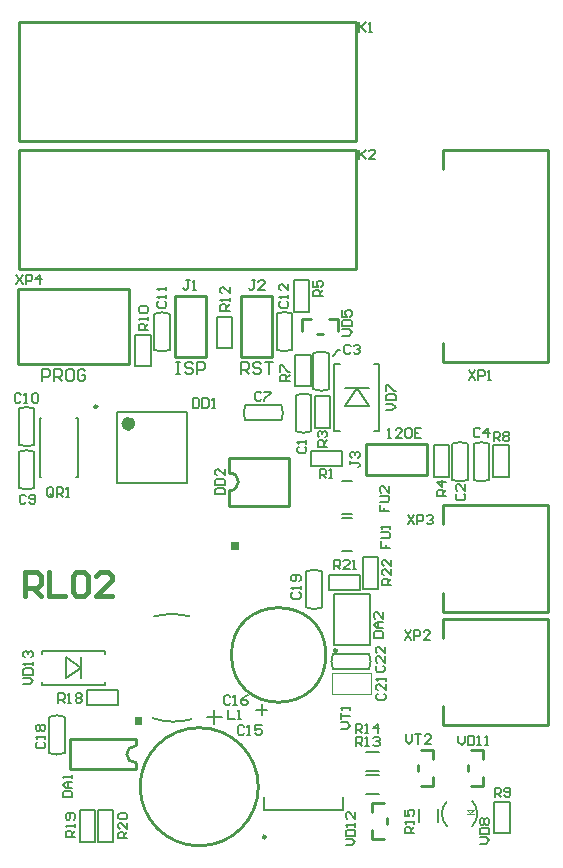
<source format=gto>
G04 Layer_Color=65535*
%FSLAX24Y24*%
%MOIN*%
G70*
G01*
G75*
%ADD33C,0.0079*%
%ADD61C,0.0070*%
%ADD62C,0.0098*%
%ADD63C,0.0100*%
%ADD64C,0.0071*%
%ADD65C,0.0236*%
%ADD66C,0.0039*%
%ADD67C,0.0050*%
%ADD68C,0.0157*%
G36*
X36166Y23292D02*
X35916D01*
Y23542D01*
X36166D01*
Y23292D01*
D02*
G37*
G36*
X39377Y29124D02*
X39127D01*
Y29374D01*
X39377D01*
Y29124D01*
D02*
G37*
D33*
X38317Y23543D02*
X38819D01*
X38563Y23307D02*
Y23780D01*
X43632Y22392D02*
X44065D01*
X43632Y21762D02*
X44065D01*
X46004Y20039D02*
Y20472D01*
X45374Y20039D02*
Y20472D01*
X43632Y21614D02*
X44065D01*
X43632Y20984D02*
X44065D01*
X32825Y25758D02*
X34911D01*
X32825Y24616D02*
X34911D01*
Y25650D02*
Y25758D01*
Y24616D02*
Y24724D01*
X32825Y25650D02*
Y25758D01*
Y24616D02*
Y24724D01*
X40148Y23602D02*
Y23976D01*
X39951Y23799D02*
X40325D01*
X42805Y30305D02*
X43159D01*
X42805Y31407D02*
X43159D01*
X42805Y29085D02*
X43159D01*
X42805Y30187D02*
X43159D01*
X42569Y35305D02*
X42756D01*
X43878D02*
X44065D01*
X42569Y33100D02*
X42756D01*
X43878D02*
X44065D01*
X42569D02*
Y35305D01*
X44065Y33100D02*
Y35305D01*
X35305Y33720D02*
X37667D01*
X35305Y31358D02*
X37667D01*
Y33720D01*
X35305Y31358D02*
Y33720D01*
X33964Y33533D02*
X34004D01*
Y31565D02*
Y33533D01*
X33964Y31565D02*
X34004D01*
X32744Y33533D02*
X32783D01*
X32744Y31565D02*
Y33533D01*
Y31565D02*
X32783D01*
X42687Y35768D02*
X42746D01*
X42510Y35591D02*
X42687Y35768D01*
X40226Y20453D02*
X42864D01*
X40226D02*
Y20886D01*
X42864Y20453D02*
Y20886D01*
X41073Y34744D02*
X40758D01*
Y34902D01*
X40810Y34954D01*
X40915D01*
X40968Y34902D01*
Y34744D01*
Y34849D02*
X41073Y34954D01*
X40758Y35059D02*
Y35269D01*
X40810D01*
X41020Y35059D01*
X41073D01*
X33514Y20876D02*
X33829D01*
Y21033D01*
X33776Y21086D01*
X33566D01*
X33514Y21033D01*
Y20876D01*
X33829Y21191D02*
X33619D01*
X33514Y21296D01*
X33619Y21401D01*
X33829D01*
X33671D01*
Y21191D01*
X33829Y21506D02*
Y21611D01*
Y21558D01*
X33514D01*
X33566Y21506D01*
X33927Y19557D02*
X33612D01*
Y19715D01*
X33665Y19767D01*
X33770D01*
X33822Y19715D01*
Y19557D01*
Y19662D02*
X33927Y19767D01*
Y19872D02*
Y19977D01*
Y19924D01*
X33612D01*
X33665Y19872D01*
X33875Y20134D02*
X33927Y20187D01*
Y20292D01*
X33875Y20344D01*
X33665D01*
X33612Y20292D01*
Y20187D01*
X33665Y20134D01*
X33717D01*
X33770Y20187D01*
Y20344D01*
X44911Y26447D02*
X45121Y26132D01*
Y26447D02*
X44911Y26132D01*
X45226D02*
Y26447D01*
X45384D01*
X45436Y26394D01*
Y26289D01*
X45384Y26237D01*
X45226D01*
X45751Y26132D02*
X45541D01*
X45751Y26342D01*
Y26394D01*
X45699Y26447D01*
X45594D01*
X45541Y26394D01*
X45007Y30292D02*
X45217Y29977D01*
Y30292D02*
X45007Y29977D01*
X45322D02*
Y30292D01*
X45479D01*
X45532Y30239D01*
Y30134D01*
X45479Y30082D01*
X45322D01*
X45637Y30239D02*
X45689Y30292D01*
X45794D01*
X45847Y30239D01*
Y30187D01*
X45794Y30134D01*
X45742D01*
X45794D01*
X45847Y30082D01*
Y30029D01*
X45794Y29977D01*
X45689D01*
X45637Y30029D01*
X41371Y32562D02*
X41319Y32510D01*
Y32405D01*
X41371Y32352D01*
X41581D01*
X41634Y32405D01*
Y32510D01*
X41581Y32562D01*
X41634Y32667D02*
Y32772D01*
Y32720D01*
X41319D01*
X41371Y32667D01*
X46667Y30987D02*
X46614Y30935D01*
Y30830D01*
X46667Y30778D01*
X46877D01*
X46929Y30830D01*
Y30935D01*
X46877Y30987D01*
X46929Y31302D02*
Y31092D01*
X46719Y31302D01*
X46667D01*
X46614Y31250D01*
Y31145D01*
X46667Y31092D01*
X43104Y35912D02*
X43051Y35964D01*
X42946D01*
X42894Y35912D01*
Y35702D01*
X42946Y35650D01*
X43051D01*
X43104Y35702D01*
X43209Y35912D02*
X43261Y35964D01*
X43366D01*
X43418Y35912D01*
Y35860D01*
X43366Y35807D01*
X43314D01*
X43366D01*
X43418Y35755D01*
Y35702D01*
X43366Y35650D01*
X43261D01*
X43209Y35702D01*
X47424Y33136D02*
X47372Y33189D01*
X47267D01*
X47215Y33136D01*
Y32926D01*
X47267Y32874D01*
X47372D01*
X47424Y32926D01*
X47687Y32874D02*
Y33189D01*
X47529Y33031D01*
X47739D01*
X40131Y34347D02*
X40079Y34399D01*
X39974D01*
X39921Y34347D01*
Y34137D01*
X39974Y34085D01*
X40079D01*
X40131Y34137D01*
X40236Y34399D02*
X40446D01*
Y34347D01*
X40236Y34137D01*
Y34085D01*
X32284Y30912D02*
X32232Y30964D01*
X32127D01*
X32074Y30912D01*
Y30702D01*
X32127Y30650D01*
X32232D01*
X32284Y30702D01*
X32389D02*
X32442Y30650D01*
X32547D01*
X32599Y30702D01*
Y30912D01*
X32547Y30964D01*
X32442D01*
X32389Y30912D01*
Y30860D01*
X32442Y30807D01*
X32599D01*
X32117Y34288D02*
X32065Y34340D01*
X31960D01*
X31907Y34288D01*
Y34078D01*
X31960Y34026D01*
X32065D01*
X32117Y34078D01*
X32222Y34026D02*
X32327D01*
X32275D01*
Y34340D01*
X32222Y34288D01*
X32484D02*
X32537Y34340D01*
X32642D01*
X32694Y34288D01*
Y34078D01*
X32642Y34026D01*
X32537D01*
X32484Y34078D01*
Y34288D01*
X36706Y37405D02*
X36654Y37352D01*
Y37247D01*
X36706Y37195D01*
X36916D01*
X36969Y37247D01*
Y37352D01*
X36916Y37405D01*
X36969Y37510D02*
Y37615D01*
Y37562D01*
X36654D01*
X36706Y37510D01*
X36969Y37772D02*
Y37877D01*
Y37825D01*
X36654D01*
X36706Y37772D01*
X40771Y37405D02*
X40719Y37352D01*
Y37247D01*
X40771Y37195D01*
X40981D01*
X41033Y37247D01*
Y37352D01*
X40981Y37405D01*
X41033Y37510D02*
Y37615D01*
Y37562D01*
X40719D01*
X40771Y37510D01*
X41033Y37982D02*
Y37772D01*
X40824Y37982D01*
X40771D01*
X40719Y37930D01*
Y37825D01*
X40771Y37772D01*
X39560Y23215D02*
X39508Y23268D01*
X39403D01*
X39350Y23215D01*
Y23005D01*
X39403Y22953D01*
X39508D01*
X39560Y23005D01*
X39665Y22953D02*
X39770D01*
X39718D01*
Y23268D01*
X39665Y23215D01*
X40138Y23268D02*
X39928D01*
Y23110D01*
X40033Y23163D01*
X40085D01*
X40138Y23110D01*
Y23005D01*
X40085Y22953D01*
X39980D01*
X39928Y23005D01*
X39098Y24219D02*
X39045Y24272D01*
X38940D01*
X38888Y24219D01*
Y24009D01*
X38940Y23957D01*
X39045D01*
X39098Y24009D01*
X39203Y23957D02*
X39308D01*
X39255D01*
Y24272D01*
X39203Y24219D01*
X39675Y24272D02*
X39570Y24219D01*
X39465Y24114D01*
Y24009D01*
X39518Y23957D01*
X39622D01*
X39675Y24009D01*
Y24062D01*
X39622Y24114D01*
X39465D01*
X32661Y22720D02*
X32608Y22667D01*
Y22562D01*
X32661Y22510D01*
X32871D01*
X32923Y22562D01*
Y22667D01*
X32871Y22720D01*
X32923Y22825D02*
Y22930D01*
Y22877D01*
X32608D01*
X32661Y22825D01*
Y23087D02*
X32608Y23140D01*
Y23245D01*
X32661Y23297D01*
X32713D01*
X32766Y23245D01*
X32818Y23297D01*
X32871D01*
X32923Y23245D01*
Y23140D01*
X32871Y23087D01*
X32818D01*
X32766Y23140D01*
X32713Y23087D01*
X32661D01*
X32766Y23140D02*
Y23245D01*
X41184Y27710D02*
X41132Y27657D01*
Y27552D01*
X41184Y27500D01*
X41394D01*
X41447Y27552D01*
Y27657D01*
X41394Y27710D01*
X41447Y27815D02*
Y27920D01*
Y27867D01*
X41132D01*
X41184Y27815D01*
X41394Y28077D02*
X41447Y28130D01*
Y28235D01*
X41394Y28287D01*
X41184D01*
X41132Y28235D01*
Y28130D01*
X41184Y28077D01*
X41237D01*
X41289Y28130D01*
Y28287D01*
X44009Y24334D02*
X43957Y24281D01*
Y24176D01*
X44009Y24124D01*
X44219D01*
X44272Y24176D01*
Y24281D01*
X44219Y24334D01*
X44272Y24649D02*
Y24439D01*
X44062Y24649D01*
X44009D01*
X43957Y24596D01*
Y24491D01*
X44009Y24439D01*
X44272Y24754D02*
Y24859D01*
Y24806D01*
X43957D01*
X44009Y24754D01*
X43990Y25259D02*
X43937Y25207D01*
Y25102D01*
X43990Y25049D01*
X44199D01*
X44252Y25102D01*
Y25207D01*
X44199Y25259D01*
X44252Y25574D02*
Y25364D01*
X44042Y25574D01*
X43990D01*
X43937Y25522D01*
Y25417D01*
X43990Y25364D01*
X44252Y25889D02*
Y25679D01*
X44042Y25889D01*
X43990D01*
X43937Y25836D01*
Y25731D01*
X43990Y25679D01*
X43878Y26201D02*
X44193D01*
Y26358D01*
X44140Y26411D01*
X43931D01*
X43878Y26358D01*
Y26201D01*
X44193Y26516D02*
X43983D01*
X43878Y26621D01*
X43983Y26726D01*
X44193D01*
X44035D01*
Y26516D01*
X44193Y27040D02*
Y26830D01*
X43983Y27040D01*
X43931D01*
X43878Y26988D01*
Y26883D01*
X43931Y26830D01*
X37854Y34173D02*
Y33858D01*
X38012D01*
X38064Y33911D01*
Y34121D01*
X38012Y34173D01*
X37854D01*
X38169D02*
Y33858D01*
X38327D01*
X38379Y33911D01*
Y34121D01*
X38327Y34173D01*
X38169D01*
X38484Y33858D02*
X38589D01*
X38537D01*
Y34173D01*
X38484Y34121D01*
X44114Y29403D02*
Y29193D01*
X44272D01*
Y29298D01*
Y29193D01*
X44429D01*
X44114Y29508D02*
X44377D01*
X44429Y29560D01*
Y29665D01*
X44377Y29718D01*
X44114D01*
X44429Y29823D02*
Y29928D01*
Y29875D01*
X44114D01*
X44167Y29823D01*
X44075Y30613D02*
Y30404D01*
X44232D01*
Y30508D01*
Y30404D01*
X44390D01*
X44075Y30718D02*
X44337D01*
X44390Y30771D01*
Y30876D01*
X44337Y30928D01*
X44075D01*
X44390Y31243D02*
Y31033D01*
X44180Y31243D01*
X44127D01*
X44075Y31191D01*
Y31086D01*
X44127Y31033D01*
X37739Y38110D02*
X37634D01*
X37687D01*
Y37848D01*
X37634Y37795D01*
X37582D01*
X37530Y37848D01*
X37844Y37795D02*
X37949D01*
X37897D01*
Y38110D01*
X37844Y38058D01*
X39924Y38110D02*
X39820D01*
X39872D01*
Y37848D01*
X39820Y37795D01*
X39767D01*
X39715Y37848D01*
X40239Y37795D02*
X40029D01*
X40239Y38005D01*
Y38058D01*
X40187Y38110D01*
X40082D01*
X40029Y38058D01*
X43400Y46715D02*
Y46400D01*
Y46505D01*
X43610Y46715D01*
X43452Y46557D01*
X43610Y46400D01*
X43715D02*
X43820D01*
X43767D01*
Y46715D01*
X43715Y46662D01*
X43400Y42465D02*
Y42150D01*
Y42255D01*
X43610Y42465D01*
X43452Y42307D01*
X43610Y42150D01*
X43925D02*
X43715D01*
X43925Y42360D01*
Y42412D01*
X43872Y42465D01*
X43767D01*
X43715Y42412D01*
X39035Y23799D02*
Y23484D01*
X39245D01*
X39350D02*
X39455D01*
X39403D01*
Y23799D01*
X39350Y23747D01*
X33200Y30948D02*
Y31158D01*
X33147Y31211D01*
X33042D01*
X32990Y31158D01*
Y30948D01*
X33042Y30896D01*
X33147D01*
X33095Y31001D02*
X33200Y30896D01*
X33147D02*
X33200Y30948D01*
X33305Y30896D02*
Y31211D01*
X33462D01*
X33515Y31158D01*
Y31053D01*
X33462Y31001D01*
X33305D01*
X33410D02*
X33515Y30896D01*
X33620D02*
X33725D01*
X33672D01*
Y31211D01*
X33620Y31158D01*
X42077Y31506D02*
Y31821D01*
X42234D01*
X42287Y31768D01*
Y31663D01*
X42234Y31611D01*
X42077D01*
X42182D02*
X42287Y31506D01*
X42392D02*
X42497D01*
X42444D01*
Y31821D01*
X42392Y31768D01*
X42323Y32559D02*
X42008D01*
Y32716D01*
X42060Y32769D01*
X42165D01*
X42218Y32716D01*
Y32559D01*
Y32664D02*
X42323Y32769D01*
X42060Y32874D02*
X42008Y32926D01*
Y33031D01*
X42060Y33084D01*
X42113D01*
X42165Y33031D01*
Y32979D01*
Y33031D01*
X42218Y33084D01*
X42270D01*
X42323Y33031D01*
Y32926D01*
X42270Y32874D01*
X46299Y30915D02*
X45984D01*
Y31073D01*
X46037Y31125D01*
X46142D01*
X46194Y31073D01*
Y30915D01*
Y31020D02*
X46299Y31125D01*
Y31388D02*
X45984D01*
X46142Y31230D01*
Y31440D01*
X42185Y37569D02*
X41870D01*
Y37726D01*
X41923Y37779D01*
X42028D01*
X42080Y37726D01*
Y37569D01*
Y37674D02*
X42185Y37779D01*
X41870Y38094D02*
Y37884D01*
X42028D01*
X41975Y37989D01*
Y38041D01*
X42028Y38094D01*
X42133D01*
X42185Y38041D01*
Y37936D01*
X42133Y37884D01*
X47874Y32746D02*
Y33061D01*
X48031D01*
X48084Y33008D01*
Y32903D01*
X48031Y32851D01*
X47874D01*
X47979D02*
X48084Y32746D01*
X48189Y33008D02*
X48241Y33061D01*
X48346D01*
X48399Y33008D01*
Y32956D01*
X48346Y32903D01*
X48399Y32851D01*
Y32799D01*
X48346Y32746D01*
X48241D01*
X48189Y32799D01*
Y32851D01*
X48241Y32903D01*
X48189Y32956D01*
Y33008D01*
X48241Y32903D02*
X48346D01*
X47904Y20886D02*
Y21201D01*
X48061D01*
X48113Y21148D01*
Y21043D01*
X48061Y20991D01*
X47904D01*
X48008D02*
X48113Y20886D01*
X48218Y20938D02*
X48271Y20886D01*
X48376D01*
X48428Y20938D01*
Y21148D01*
X48376Y21201D01*
X48271D01*
X48218Y21148D01*
Y21096D01*
X48271Y21043D01*
X48428D01*
X36358Y36457D02*
X36043D01*
Y36614D01*
X36096Y36667D01*
X36201D01*
X36253Y36614D01*
Y36457D01*
Y36562D02*
X36358Y36667D01*
Y36772D02*
Y36877D01*
Y36824D01*
X36043D01*
X36096Y36772D01*
Y37034D02*
X36043Y37086D01*
Y37191D01*
X36096Y37244D01*
X36306D01*
X36358Y37191D01*
Y37086D01*
X36306Y37034D01*
X36096D01*
X39075Y37096D02*
X38760D01*
Y37254D01*
X38812Y37306D01*
X38917D01*
X38970Y37254D01*
Y37096D01*
Y37201D02*
X39075Y37306D01*
Y37411D02*
Y37516D01*
Y37464D01*
X38760D01*
X38812Y37411D01*
X39075Y37884D02*
Y37674D01*
X38865Y37884D01*
X38812D01*
X38760Y37831D01*
Y37726D01*
X38812Y37674D01*
X43287Y22579D02*
Y22894D01*
X43445D01*
X43497Y22841D01*
Y22736D01*
X43445Y22684D01*
X43287D01*
X43392D02*
X43497Y22579D01*
X43602D02*
X43707D01*
X43655D01*
Y22894D01*
X43602Y22841D01*
X43865D02*
X43917Y22894D01*
X44022D01*
X44075Y22841D01*
Y22789D01*
X44022Y22736D01*
X43970D01*
X44022D01*
X44075Y22684D01*
Y22631D01*
X44022Y22579D01*
X43917D01*
X43865Y22631D01*
X43278Y23012D02*
Y23327D01*
X43435D01*
X43487Y23274D01*
Y23169D01*
X43435Y23117D01*
X43278D01*
X43383D02*
X43487Y23012D01*
X43592D02*
X43697D01*
X43645D01*
Y23327D01*
X43592Y23274D01*
X44012Y23012D02*
Y23327D01*
X43855Y23169D01*
X44065D01*
X45226Y19675D02*
X44912D01*
Y19833D01*
X44964Y19885D01*
X45069D01*
X45121Y19833D01*
Y19675D01*
Y19780D02*
X45226Y19885D01*
Y19990D02*
Y20095D01*
Y20043D01*
X44912D01*
X44964Y19990D01*
X44912Y20462D02*
Y20252D01*
X45069D01*
X45016Y20357D01*
Y20410D01*
X45069Y20462D01*
X45174D01*
X45226Y20410D01*
Y20305D01*
X45174Y20252D01*
X33366Y24026D02*
Y24340D01*
X33524D01*
X33576Y24288D01*
Y24183D01*
X33524Y24131D01*
X33366D01*
X33471D02*
X33576Y24026D01*
X33681D02*
X33786D01*
X33733D01*
Y24340D01*
X33681Y24288D01*
X33943D02*
X33996Y24340D01*
X34101D01*
X34153Y24288D01*
Y24235D01*
X34101Y24183D01*
X34153Y24131D01*
Y24078D01*
X34101Y24026D01*
X33996D01*
X33943Y24078D01*
Y24131D01*
X33996Y24183D01*
X33943Y24235D01*
Y24288D01*
X33996Y24183D02*
X34101D01*
X35669Y19508D02*
X35354D01*
Y19665D01*
X35407Y19718D01*
X35512D01*
X35564Y19665D01*
Y19508D01*
Y19613D02*
X35669Y19718D01*
Y20033D02*
Y19823D01*
X35459Y20033D01*
X35407D01*
X35354Y19980D01*
Y19875D01*
X35407Y19823D01*
Y20138D02*
X35354Y20190D01*
Y20295D01*
X35407Y20347D01*
X35617D01*
X35669Y20295D01*
Y20190D01*
X35617Y20138D01*
X35407D01*
X42549Y28474D02*
Y28789D01*
X42707D01*
X42759Y28737D01*
Y28632D01*
X42707Y28579D01*
X42549D01*
X42654D02*
X42759Y28474D01*
X43074D02*
X42864D01*
X43074Y28684D01*
Y28737D01*
X43021Y28789D01*
X42917D01*
X42864Y28737D01*
X43179Y28474D02*
X43284D01*
X43231D01*
Y28789D01*
X43179Y28737D01*
X44468Y27953D02*
X44154D01*
Y28110D01*
X44206Y28163D01*
X44311D01*
X44364Y28110D01*
Y27953D01*
Y28058D02*
X44468Y28163D01*
Y28478D02*
Y28268D01*
X44259Y28478D01*
X44206D01*
X44154Y28425D01*
Y28320D01*
X44206Y28268D01*
X44468Y28792D02*
Y28582D01*
X44259Y28792D01*
X44206D01*
X44154Y28740D01*
Y28635D01*
X44206Y28582D01*
X42831Y36264D02*
X43041D01*
X43146Y36369D01*
X43041Y36474D01*
X42831D01*
Y36579D02*
X43146D01*
Y36737D01*
X43094Y36789D01*
X42884D01*
X42831Y36737D01*
Y36579D01*
Y37104D02*
Y36894D01*
X42989D01*
X42936Y36999D01*
Y37051D01*
X42989Y37104D01*
X43094D01*
X43146Y37051D01*
Y36947D01*
X43094Y36894D01*
X44291Y33789D02*
X44501D01*
X44606Y33894D01*
X44501Y33999D01*
X44291D01*
Y34104D02*
X44606D01*
Y34262D01*
X44554Y34314D01*
X44344D01*
X44291Y34262D01*
Y34104D01*
Y34419D02*
Y34629D01*
X44344D01*
X44554Y34419D01*
X44606D01*
X47412Y19331D02*
X47621D01*
X47726Y19436D01*
X47621Y19541D01*
X47412D01*
Y19646D02*
X47726D01*
Y19803D01*
X47674Y19855D01*
X47464D01*
X47412Y19803D01*
Y19646D01*
X47464Y19960D02*
X47412Y20013D01*
Y20118D01*
X47464Y20170D01*
X47516D01*
X47569Y20118D01*
X47621Y20170D01*
X47674D01*
X47726Y20118D01*
Y20013D01*
X47674Y19960D01*
X47621D01*
X47569Y20013D01*
X47516Y19960D01*
X47464D01*
X47569Y20013D02*
Y20118D01*
X46703Y22923D02*
Y22713D01*
X46808Y22608D01*
X46913Y22713D01*
Y22923D01*
X47018D02*
Y22608D01*
X47175D01*
X47228Y22661D01*
Y22871D01*
X47175Y22923D01*
X47018D01*
X47332Y22608D02*
X47437D01*
X47385D01*
Y22923D01*
X47332Y22871D01*
X47595Y22608D02*
X47700D01*
X47647D01*
Y22923D01*
X47595Y22871D01*
X42943Y19272D02*
X43153D01*
X43258Y19377D01*
X43153Y19482D01*
X42943D01*
Y19587D02*
X43258D01*
Y19744D01*
X43205Y19796D01*
X42995D01*
X42943Y19744D01*
Y19587D01*
X43258Y19901D02*
Y20006D01*
Y19954D01*
X42943D01*
X42995Y19901D01*
X43258Y20374D02*
Y20164D01*
X43048Y20374D01*
X42995D01*
X42943Y20321D01*
Y20216D01*
X42995Y20164D01*
X32195Y24646D02*
X32405D01*
X32510Y24751D01*
X32405Y24856D01*
X32195D01*
Y24961D02*
X32510D01*
Y25118D01*
X32457Y25170D01*
X32247D01*
X32195Y25118D01*
Y24961D01*
X32510Y25275D02*
Y25380D01*
Y25328D01*
X32195D01*
X32247Y25275D01*
Y25538D02*
X32195Y25590D01*
Y25695D01*
X32247Y25748D01*
X32300D01*
X32352Y25695D01*
Y25643D01*
Y25695D01*
X32405Y25748D01*
X32457D01*
X32510Y25695D01*
Y25590D01*
X32457Y25538D01*
X44941Y22972D02*
Y22762D01*
X45046Y22657D01*
X45151Y22762D01*
Y22972D01*
X45256D02*
X45466D01*
X45361D01*
Y22657D01*
X45781D02*
X45571D01*
X45781Y22867D01*
Y22920D01*
X45728Y22972D01*
X45623D01*
X45571Y22920D01*
X31969Y38297D02*
X32178Y37982D01*
Y38297D02*
X31969Y37982D01*
X32283D02*
Y38297D01*
X32441D01*
X32493Y38245D01*
Y38140D01*
X32441Y38087D01*
X32283D01*
X32756Y37982D02*
Y38297D01*
X32598Y38140D01*
X32808D01*
X47050Y35115D02*
X47260Y34800D01*
Y35115D02*
X47050Y34800D01*
X47365D02*
Y35115D01*
X47522D01*
X47575Y35062D01*
Y34957D01*
X47522Y34905D01*
X47365D01*
X47680Y34800D02*
X47785D01*
X47732D01*
Y35115D01*
X47680Y35062D01*
X38593Y30974D02*
X38907D01*
Y31132D01*
X38855Y31184D01*
X38645D01*
X38593Y31132D01*
Y30974D01*
Y31289D02*
X38907D01*
Y31447D01*
X38855Y31499D01*
X38645D01*
X38593Y31447D01*
Y31289D01*
X38907Y31814D02*
Y31604D01*
X38698Y31814D01*
X38645D01*
X38593Y31762D01*
Y31657D01*
X38645Y31604D01*
X43091Y32080D02*
Y31975D01*
Y32028D01*
X43353D01*
X43406Y31975D01*
Y31923D01*
X43353Y31870D01*
X43143Y32185D02*
X43091Y32237D01*
Y32342D01*
X43143Y32395D01*
X43196D01*
X43248Y32342D01*
Y32290D01*
Y32342D01*
X43301Y32395D01*
X43353D01*
X43406Y32342D01*
Y32237D01*
X43353Y32185D01*
X42776Y23159D02*
X42986D01*
X43091Y23264D01*
X42986Y23369D01*
X42776D01*
Y23474D02*
Y23684D01*
Y23579D01*
X43091D01*
Y23789D02*
Y23894D01*
Y23842D01*
X42776D01*
X42828Y23789D01*
X32825Y34764D02*
Y35157D01*
X33022D01*
X33087Y35092D01*
Y34961D01*
X33022Y34895D01*
X32825D01*
X33218Y34764D02*
Y35157D01*
X33415D01*
X33481Y35092D01*
Y34961D01*
X33415Y34895D01*
X33218D01*
X33350D02*
X33481Y34764D01*
X33809Y35157D02*
X33678D01*
X33612Y35092D01*
Y34829D01*
X33678Y34764D01*
X33809D01*
X33874Y34829D01*
Y35092D01*
X33809Y35157D01*
X34268Y35092D02*
X34202Y35157D01*
X34071D01*
X34006Y35092D01*
Y34829D01*
X34071Y34764D01*
X34202D01*
X34268Y34829D01*
Y34961D01*
X34137D01*
X39459Y34980D02*
Y35374D01*
X39655D01*
X39721Y35308D01*
Y35177D01*
X39655Y35112D01*
X39459D01*
X39590D02*
X39721Y34980D01*
X40115Y35308D02*
X40049Y35374D01*
X39918D01*
X39852Y35308D01*
Y35243D01*
X39918Y35177D01*
X40049D01*
X40115Y35112D01*
Y35046D01*
X40049Y34980D01*
X39918D01*
X39852Y35046D01*
X40246Y35374D02*
X40508D01*
X40377D01*
Y34980D01*
X37274Y35374D02*
X37405D01*
X37339D01*
Y34980D01*
X37274D01*
X37405D01*
X37864Y35308D02*
X37798Y35374D01*
X37667D01*
X37602Y35308D01*
Y35243D01*
X37667Y35177D01*
X37798D01*
X37864Y35112D01*
Y35046D01*
X37798Y34980D01*
X37667D01*
X37602Y35046D01*
X37995Y34980D02*
Y35374D01*
X38192D01*
X38258Y35308D01*
Y35177D01*
X38192Y35112D01*
X37995D01*
X44350Y32864D02*
X44455D01*
X44403D01*
Y33179D01*
X44350Y33127D01*
X44823Y32864D02*
X44613D01*
X44823Y33074D01*
Y33127D01*
X44770Y33179D01*
X44665D01*
X44613Y33127D01*
X44928D02*
X44980Y33179D01*
X45085D01*
X45138Y33127D01*
Y32917D01*
X45085Y32864D01*
X44980D01*
X44928Y32917D01*
Y33127D01*
X45452Y33179D02*
X45242D01*
Y32864D01*
X45452D01*
X45242Y33022D02*
X45347D01*
D61*
X39593Y33946D02*
G03*
X39593Y33435I609J-255D01*
G01*
X40800D02*
G03*
X40800Y33946I-608J256D01*
G01*
X36566Y35784D02*
G03*
X37077Y35784I255J609D01*
G01*
Y36991D02*
G03*
X36566Y36991I-256J-608D01*
G01*
X40641Y35793D02*
G03*
X41151Y35794I255J609D01*
G01*
Y37001D02*
G03*
X40641Y37001I-256J-608D01*
G01*
X42144Y28409D02*
G03*
X41634Y28409I-255J-609D01*
G01*
Y27202D02*
G03*
X42144Y27202I256J608D01*
G01*
X43724Y25149D02*
G03*
X43724Y25659I-609J255D01*
G01*
X42517D02*
G03*
X42517Y25149I608J-256D01*
G01*
X33062Y22349D02*
G03*
X33573Y22349I255J609D01*
G01*
Y23556D02*
G03*
X33062Y23556I-256J-608D01*
G01*
X42381Y35683D02*
G03*
X41870Y35683I-255J-609D01*
G01*
Y34476D02*
G03*
X42381Y34475I256J608D01*
G01*
X41291Y33077D02*
G03*
X41801Y33077I255J609D01*
G01*
Y34284D02*
G03*
X41291Y34285I-256J-608D01*
G01*
X47715Y32661D02*
G03*
X47205Y32661I-255J-609D01*
G01*
Y31454D02*
G03*
X47715Y31454I256J608D01*
G01*
X47007Y32661D02*
G03*
X46496Y32661I-255J-609D01*
G01*
Y31454D02*
G03*
X47007Y31454I256J608D01*
G01*
X32056Y31187D02*
G03*
X32566Y31188I255J609D01*
G01*
Y32394D02*
G03*
X32056Y32395I-256J-608D01*
G01*
X32565Y33833D02*
G03*
X32055Y33832I-255J-609D01*
G01*
Y32625D02*
G03*
X32565Y32625I256J608D01*
G01*
X39596Y33435D02*
X40797D01*
X39597Y33946D02*
X40796D01*
X35935Y35236D02*
Y36280D01*
X36447Y35236D02*
Y36280D01*
X35935D02*
X36447D01*
X35935Y35236D02*
X36447D01*
X37077Y35787D02*
Y36988D01*
X36566Y35787D02*
Y36987D01*
X38642Y35846D02*
Y36890D01*
X39154Y35846D02*
Y36890D01*
X38642D02*
X39154D01*
X38642Y35846D02*
X39154D01*
X41152Y35797D02*
Y36998D01*
X40641Y35797D02*
Y36997D01*
X41260Y34577D02*
Y35620D01*
X41772Y34577D02*
Y35620D01*
X41260D02*
X41772D01*
X41260Y34577D02*
X41772D01*
X41634Y27205D02*
Y28406D01*
X42145Y27205D02*
Y28405D01*
X42372Y27785D02*
X43415D01*
X42372Y28297D02*
X43415D01*
X42372Y27785D02*
Y28297D01*
X43415Y27785D02*
Y28297D01*
X44026Y27825D02*
Y28868D01*
X43514Y27825D02*
Y28868D01*
Y27825D02*
X44026D01*
X43514Y28868D02*
X44026D01*
X42520Y25659D02*
X43720D01*
X42520Y25149D02*
X43720D01*
X34685Y19400D02*
Y20443D01*
X35197Y19400D02*
Y20443D01*
X34685D02*
X35197D01*
X34685Y19400D02*
X35197D01*
X34075D02*
Y20443D01*
X34587Y19400D02*
Y20443D01*
X34075D02*
X34587D01*
X34075Y19400D02*
X34587D01*
X48406Y19675D02*
Y20719D01*
X47894Y19675D02*
Y20719D01*
Y19675D02*
X48406D01*
X47894Y20719D02*
X48406D01*
X34311Y23937D02*
X35354D01*
X34311Y24449D02*
X35354D01*
X34311Y23937D02*
Y24449D01*
X35354Y23937D02*
Y24449D01*
X33573Y22352D02*
Y23553D01*
X33062Y22352D02*
Y23552D01*
X41220Y37067D02*
Y38110D01*
X41732Y37067D02*
Y38110D01*
X41220D02*
X41732D01*
X41220Y37067D02*
X41732D01*
X41870Y34478D02*
Y35679D01*
X42381Y34479D02*
Y35679D01*
X42421Y33199D02*
Y34242D01*
X41909Y33199D02*
Y34242D01*
Y33199D02*
X42421D01*
X41909Y34242D02*
X42421D01*
X41801Y33081D02*
Y34281D01*
X41290Y33081D02*
Y34281D01*
X41782Y32431D02*
X42825D01*
X41782Y31919D02*
X42825D01*
Y32431D01*
X41782Y31919D02*
Y32431D01*
X47205Y31457D02*
Y32657D01*
X47716Y31457D02*
Y32657D01*
X47864Y31565D02*
Y32608D01*
X48376Y31565D02*
Y32608D01*
X47864D02*
X48376D01*
X47864Y31565D02*
X48376D01*
X46496Y31457D02*
Y32657D01*
X47007Y31457D02*
Y32657D01*
X45886Y31565D02*
Y32608D01*
X46398Y31565D02*
Y32608D01*
X45886D02*
X46398D01*
X45886Y31565D02*
X46398D01*
X32567Y31191D02*
Y32392D01*
X32056Y31191D02*
Y32391D01*
X32055Y32628D02*
Y33829D01*
X32566Y32629D02*
Y33829D01*
D62*
X42650Y25771D02*
G03*
X42650Y25771I-49J0D01*
G01*
X34665Y33898D02*
G03*
X34665Y33898I-49J0D01*
G01*
X40276Y19557D02*
G03*
X40276Y19557I-49J0D01*
G01*
D63*
X35925Y22587D02*
G03*
X35944Y22028I0J-280D01*
G01*
X42283Y25620D02*
G03*
X42283Y25620I-1575J0D01*
G01*
X40030Y21226D02*
G03*
X40030Y21226I-1969J0D01*
G01*
X39064Y31092D02*
G03*
X39064Y31692I0J300D01*
G01*
X39469Y35551D02*
Y37598D01*
X40492Y35551D02*
Y37598D01*
X39469D02*
X40492D01*
X39469Y35551D02*
X40492D01*
X37264D02*
Y37598D01*
X38287Y35551D02*
Y37598D01*
X37264D02*
X38287D01*
X37264Y35551D02*
X38287D01*
X33746Y21806D02*
X35946D01*
X33746Y22806D02*
X35946D01*
X33746Y21806D02*
Y22806D01*
X35946Y21806D02*
Y22006D01*
Y22606D02*
Y22806D01*
X43832Y19479D02*
Y19779D01*
Y20679D02*
X44232D01*
X43832Y20379D02*
Y20679D01*
X44332Y19979D02*
Y20179D01*
X43832Y19479D02*
X44232D01*
X49692Y23284D02*
Y26827D01*
X46188Y23284D02*
Y23914D01*
Y26197D02*
Y26827D01*
Y23284D02*
X49692D01*
X46188Y26827D02*
X49692D01*
X46188Y30607D02*
X49692D01*
X46188Y27063D02*
X49692D01*
X46188Y29977D02*
Y30607D01*
Y27063D02*
Y27693D01*
X49692Y27063D02*
Y30607D01*
X49703Y35372D02*
Y42459D01*
X46199Y41829D02*
Y42459D01*
Y35372D02*
Y36002D01*
Y35372D02*
X49703D01*
X46199Y42459D02*
X49703D01*
X32052Y42462D02*
X43272D01*
X32052Y38485D02*
X43272D01*
Y42462D01*
X32052Y38485D02*
Y42462D01*
Y46712D02*
X43272D01*
X32052Y42735D02*
X43272D01*
Y46712D01*
X32052Y42735D02*
Y46712D01*
X45857Y22137D02*
Y22437D01*
X45457Y21237D02*
X45857D01*
Y21537D01*
X45357Y21737D02*
Y21937D01*
X45457Y22437D02*
X45857D01*
X47531Y22137D02*
Y22437D01*
X47131Y21237D02*
X47531D01*
Y21537D01*
X47031Y21737D02*
Y21937D01*
X47131Y22437D02*
X47531D01*
X41483Y36812D02*
X41783D01*
X42683Y36412D02*
Y36812D01*
X42383D02*
X42683D01*
X41983Y36312D02*
X42183D01*
X41483Y36412D02*
Y36812D01*
X39064Y31692D02*
Y32192D01*
Y30592D02*
X41064D01*
X39064Y32192D02*
X41064D01*
Y30592D02*
Y32192D01*
X39064Y30592D02*
Y31092D01*
X33577Y35309D02*
X35718Y35307D01*
Y37807D01*
X32018Y35307D02*
Y37807D01*
X32041Y37829D02*
X35703D01*
X32041Y35309D02*
X33618Y35307D01*
X43622Y31634D02*
X45669D01*
X43622Y32657D02*
X45669D01*
X43622Y31634D02*
Y32657D01*
X45669Y31634D02*
Y32657D01*
D64*
X46322Y20747D02*
G03*
X46322Y19912I418J-418D01*
G01*
X47157D02*
G03*
X47157Y20747I-418J418D01*
G01*
X36509Y23512D02*
G03*
X37809Y23483I697J2035D01*
G01*
X37745Y26915D02*
G03*
X36552Y26911I-589J-2068D01*
G01*
X42559Y25951D02*
X43759D01*
X42559Y27651D02*
X43759D01*
X42551Y25955D02*
Y27648D01*
X43768Y25955D02*
Y27648D01*
D65*
X35817Y33327D02*
G03*
X35817Y33327I-118J0D01*
G01*
D66*
X43789Y24311D02*
Y25020D01*
X42490Y24311D02*
Y25020D01*
Y24311D02*
X43789D01*
X42490Y25020D02*
X43789D01*
X46976Y20459D02*
X47094Y20341D01*
X47094D02*
X47212Y20459D01*
X46976D02*
X47212D01*
X46976Y20302D02*
X47212D01*
D67*
X33618Y25537D02*
X34118Y25187D01*
X33618Y24837D02*
X34118Y25187D01*
Y24837D02*
Y25537D01*
X33618Y24837D02*
Y25537D01*
X42917Y34503D02*
X43717D01*
X42917Y33903D02*
X43717D01*
X43317Y34503D02*
X43717Y33903D01*
X42917D02*
X43317Y34503D01*
D68*
X32264Y27598D02*
Y28386D01*
X32657D01*
X32789Y28254D01*
Y27992D01*
X32657Y27861D01*
X32264D01*
X32526D02*
X32789Y27598D01*
X33051Y28386D02*
Y27598D01*
X33576D01*
X33838Y28254D02*
X33969Y28386D01*
X34232D01*
X34363Y28254D01*
Y27730D01*
X34232Y27598D01*
X33969D01*
X33838Y27730D01*
Y28254D01*
X35150Y27598D02*
X34625D01*
X35150Y28123D01*
Y28254D01*
X35019Y28386D01*
X34756D01*
X34625Y28254D01*
M02*

</source>
